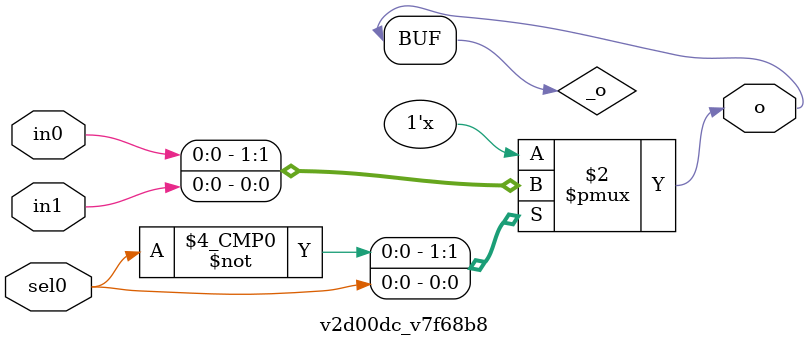
<source format=v>

`default_nettype none

module main #(
 parameter v3edc8f = 1
) (
 input v2df548,
 input vfc5827,
 output v8606be,
 output v53f795,
 output v7b8005,
 output v97033c,
 output v6dd305
);
 localparam p64 = v3edc8f;
 wire w0;
 wire w1;
 wire w2;
 wire w3;
 wire w4;
 wire w5;
 wire w6;
 wire w7;
 wire w8;
 wire w9;
 wire w10;
 wire w11;
 wire w12;
 wire w13;
 wire w14;
 wire w15;
 wire w16;
 wire w17;
 wire w18;
 wire w19;
 wire w20;
 wire w21;
 wire w22;
 wire w23;
 wire w24;
 wire w25;
 wire w26;
 wire w27;
 wire w28;
 wire w29;
 wire w30;
 wire w31;
 wire w32;
 wire w33;
 wire w34;
 wire w35;
 wire w36;
 wire w37;
 wire w38;
 wire w39;
 wire w40;
 wire w41;
 wire w42;
 wire w43;
 wire w44;
 wire w45;
 wire w46;
 wire w47;
 wire w48;
 wire w49;
 wire w50;
 wire w51;
 wire w52;
 wire w53;
 wire w54;
 wire w55;
 wire w56;
 wire w57;
 wire w58;
 wire w59;
 wire w60;
 wire w61;
 wire w62;
 wire w63;
 wire w65;
 wire w66;
 wire w67;
 wire w68;
 wire w69;
 wire w70;
 wire w71;
 wire w72;
 wire w73;
 wire w74;
 wire w75;
 wire w76;
 wire w77;
 assign w63 = v2df548;
 assign v8606be = w65;
 assign w70 = vfc5827;
 assign w71 = vfc5827;
 assign v6dd305 = w74;
 assign v97033c = w75;
 assign v7b8005 = w76;
 assign v53f795 = w77;
 assign w32 = w31;
 assign w33 = w31;
 assign w33 = w32;
 assign w34 = w31;
 assign w34 = w32;
 assign w34 = w33;
 assign w35 = w31;
 assign w35 = w32;
 assign w35 = w33;
 assign w35 = w34;
 assign w36 = w31;
 assign w36 = w32;
 assign w36 = w33;
 assign w36 = w34;
 assign w36 = w35;
 assign w37 = w31;
 assign w37 = w32;
 assign w37 = w33;
 assign w37 = w34;
 assign w37 = w35;
 assign w37 = w36;
 assign w38 = w31;
 assign w38 = w32;
 assign w38 = w33;
 assign w38 = w34;
 assign w38 = w35;
 assign w38 = w36;
 assign w38 = w37;
 assign w39 = w31;
 assign w39 = w32;
 assign w39 = w33;
 assign w39 = w34;
 assign w39 = w35;
 assign w39 = w36;
 assign w39 = w37;
 assign w39 = w38;
 assign w40 = w31;
 assign w40 = w32;
 assign w40 = w33;
 assign w40 = w34;
 assign w40 = w35;
 assign w40 = w36;
 assign w40 = w37;
 assign w40 = w38;
 assign w40 = w39;
 assign w41 = w31;
 assign w41 = w32;
 assign w41 = w33;
 assign w41 = w34;
 assign w41 = w35;
 assign w41 = w36;
 assign w41 = w37;
 assign w41 = w38;
 assign w41 = w39;
 assign w41 = w40;
 assign w42 = w31;
 assign w42 = w32;
 assign w42 = w33;
 assign w42 = w34;
 assign w42 = w35;
 assign w42 = w36;
 assign w42 = w37;
 assign w42 = w38;
 assign w42 = w39;
 assign w42 = w40;
 assign w42 = w41;
 assign w43 = w31;
 assign w43 = w32;
 assign w43 = w33;
 assign w43 = w34;
 assign w43 = w35;
 assign w43 = w36;
 assign w43 = w37;
 assign w43 = w38;
 assign w43 = w39;
 assign w43 = w40;
 assign w43 = w41;
 assign w43 = w42;
 assign w44 = w31;
 assign w44 = w32;
 assign w44 = w33;
 assign w44 = w34;
 assign w44 = w35;
 assign w44 = w36;
 assign w44 = w37;
 assign w44 = w38;
 assign w44 = w39;
 assign w44 = w40;
 assign w44 = w41;
 assign w44 = w42;
 assign w44 = w43;
 assign w45 = w31;
 assign w45 = w32;
 assign w45 = w33;
 assign w45 = w34;
 assign w45 = w35;
 assign w45 = w36;
 assign w45 = w37;
 assign w45 = w38;
 assign w45 = w39;
 assign w45 = w40;
 assign w45 = w41;
 assign w45 = w42;
 assign w45 = w43;
 assign w45 = w44;
 assign w46 = w31;
 assign w46 = w32;
 assign w46 = w33;
 assign w46 = w34;
 assign w46 = w35;
 assign w46 = w36;
 assign w46 = w37;
 assign w46 = w38;
 assign w46 = w39;
 assign w46 = w40;
 assign w46 = w41;
 assign w46 = w42;
 assign w46 = w43;
 assign w46 = w44;
 assign w46 = w45;
 assign w47 = w31;
 assign w47 = w32;
 assign w47 = w33;
 assign w47 = w34;
 assign w47 = w35;
 assign w47 = w36;
 assign w47 = w37;
 assign w47 = w38;
 assign w47 = w39;
 assign w47 = w40;
 assign w47 = w41;
 assign w47 = w42;
 assign w47 = w43;
 assign w47 = w44;
 assign w47 = w45;
 assign w47 = w46;
 assign w48 = w31;
 assign w48 = w32;
 assign w48 = w33;
 assign w48 = w34;
 assign w48 = w35;
 assign w48 = w36;
 assign w48 = w37;
 assign w48 = w38;
 assign w48 = w39;
 assign w48 = w40;
 assign w48 = w41;
 assign w48 = w42;
 assign w48 = w43;
 assign w48 = w44;
 assign w48 = w45;
 assign w48 = w46;
 assign w48 = w47;
 assign w49 = w31;
 assign w49 = w32;
 assign w49 = w33;
 assign w49 = w34;
 assign w49 = w35;
 assign w49 = w36;
 assign w49 = w37;
 assign w49 = w38;
 assign w49 = w39;
 assign w49 = w40;
 assign w49 = w41;
 assign w49 = w42;
 assign w49 = w43;
 assign w49 = w44;
 assign w49 = w45;
 assign w49 = w46;
 assign w49 = w47;
 assign w49 = w48;
 assign w50 = w31;
 assign w50 = w32;
 assign w50 = w33;
 assign w50 = w34;
 assign w50 = w35;
 assign w50 = w36;
 assign w50 = w37;
 assign w50 = w38;
 assign w50 = w39;
 assign w50 = w40;
 assign w50 = w41;
 assign w50 = w42;
 assign w50 = w43;
 assign w50 = w44;
 assign w50 = w45;
 assign w50 = w46;
 assign w50 = w47;
 assign w50 = w48;
 assign w50 = w49;
 assign w51 = w31;
 assign w51 = w32;
 assign w51 = w33;
 assign w51 = w34;
 assign w51 = w35;
 assign w51 = w36;
 assign w51 = w37;
 assign w51 = w38;
 assign w51 = w39;
 assign w51 = w40;
 assign w51 = w41;
 assign w51 = w42;
 assign w51 = w43;
 assign w51 = w44;
 assign w51 = w45;
 assign w51 = w46;
 assign w51 = w47;
 assign w51 = w48;
 assign w51 = w49;
 assign w51 = w50;
 assign w52 = w31;
 assign w52 = w32;
 assign w52 = w33;
 assign w52 = w34;
 assign w52 = w35;
 assign w52 = w36;
 assign w52 = w37;
 assign w52 = w38;
 assign w52 = w39;
 assign w52 = w40;
 assign w52 = w41;
 assign w52 = w42;
 assign w52 = w43;
 assign w52 = w44;
 assign w52 = w45;
 assign w52 = w46;
 assign w52 = w47;
 assign w52 = w48;
 assign w52 = w49;
 assign w52 = w50;
 assign w52 = w51;
 assign w53 = w31;
 assign w53 = w32;
 assign w53 = w33;
 assign w53 = w34;
 assign w53 = w35;
 assign w53 = w36;
 assign w53 = w37;
 assign w53 = w38;
 assign w53 = w39;
 assign w53 = w40;
 assign w53 = w41;
 assign w53 = w42;
 assign w53 = w43;
 assign w53 = w44;
 assign w53 = w45;
 assign w53 = w46;
 assign w53 = w47;
 assign w53 = w48;
 assign w53 = w49;
 assign w53 = w50;
 assign w53 = w51;
 assign w53 = w52;
 assign w54 = w31;
 assign w54 = w32;
 assign w54 = w33;
 assign w54 = w34;
 assign w54 = w35;
 assign w54 = w36;
 assign w54 = w37;
 assign w54 = w38;
 assign w54 = w39;
 assign w54 = w40;
 assign w54 = w41;
 assign w54 = w42;
 assign w54 = w43;
 assign w54 = w44;
 assign w54 = w45;
 assign w54 = w46;
 assign w54 = w47;
 assign w54 = w48;
 assign w54 = w49;
 assign w54 = w50;
 assign w54 = w51;
 assign w54 = w52;
 assign w54 = w53;
 assign w55 = w31;
 assign w55 = w32;
 assign w55 = w33;
 assign w55 = w34;
 assign w55 = w35;
 assign w55 = w36;
 assign w55 = w37;
 assign w55 = w38;
 assign w55 = w39;
 assign w55 = w40;
 assign w55 = w41;
 assign w55 = w42;
 assign w55 = w43;
 assign w55 = w44;
 assign w55 = w45;
 assign w55 = w46;
 assign w55 = w47;
 assign w55 = w48;
 assign w55 = w49;
 assign w55 = w50;
 assign w55 = w51;
 assign w55 = w52;
 assign w55 = w53;
 assign w55 = w54;
 assign w56 = w31;
 assign w56 = w32;
 assign w56 = w33;
 assign w56 = w34;
 assign w56 = w35;
 assign w56 = w36;
 assign w56 = w37;
 assign w56 = w38;
 assign w56 = w39;
 assign w56 = w40;
 assign w56 = w41;
 assign w56 = w42;
 assign w56 = w43;
 assign w56 = w44;
 assign w56 = w45;
 assign w56 = w46;
 assign w56 = w47;
 assign w56 = w48;
 assign w56 = w49;
 assign w56 = w50;
 assign w56 = w51;
 assign w56 = w52;
 assign w56 = w53;
 assign w56 = w54;
 assign w56 = w55;
 assign w57 = w31;
 assign w57 = w32;
 assign w57 = w33;
 assign w57 = w34;
 assign w57 = w35;
 assign w57 = w36;
 assign w57 = w37;
 assign w57 = w38;
 assign w57 = w39;
 assign w57 = w40;
 assign w57 = w41;
 assign w57 = w42;
 assign w57 = w43;
 assign w57 = w44;
 assign w57 = w45;
 assign w57 = w46;
 assign w57 = w47;
 assign w57 = w48;
 assign w57 = w49;
 assign w57 = w50;
 assign w57 = w51;
 assign w57 = w52;
 assign w57 = w53;
 assign w57 = w54;
 assign w57 = w55;
 assign w57 = w56;
 assign w58 = w31;
 assign w58 = w32;
 assign w58 = w33;
 assign w58 = w34;
 assign w58 = w35;
 assign w58 = w36;
 assign w58 = w37;
 assign w58 = w38;
 assign w58 = w39;
 assign w58 = w40;
 assign w58 = w41;
 assign w58 = w42;
 assign w58 = w43;
 assign w58 = w44;
 assign w58 = w45;
 assign w58 = w46;
 assign w58 = w47;
 assign w58 = w48;
 assign w58 = w49;
 assign w58 = w50;
 assign w58 = w51;
 assign w58 = w52;
 assign w58 = w53;
 assign w58 = w54;
 assign w58 = w55;
 assign w58 = w56;
 assign w58 = w57;
 assign w59 = w31;
 assign w59 = w32;
 assign w59 = w33;
 assign w59 = w34;
 assign w59 = w35;
 assign w59 = w36;
 assign w59 = w37;
 assign w59 = w38;
 assign w59 = w39;
 assign w59 = w40;
 assign w59 = w41;
 assign w59 = w42;
 assign w59 = w43;
 assign w59 = w44;
 assign w59 = w45;
 assign w59 = w46;
 assign w59 = w47;
 assign w59 = w48;
 assign w59 = w49;
 assign w59 = w50;
 assign w59 = w51;
 assign w59 = w52;
 assign w59 = w53;
 assign w59 = w54;
 assign w59 = w55;
 assign w59 = w56;
 assign w59 = w57;
 assign w59 = w58;
 assign w60 = w31;
 assign w60 = w32;
 assign w60 = w33;
 assign w60 = w34;
 assign w60 = w35;
 assign w60 = w36;
 assign w60 = w37;
 assign w60 = w38;
 assign w60 = w39;
 assign w60 = w40;
 assign w60 = w41;
 assign w60 = w42;
 assign w60 = w43;
 assign w60 = w44;
 assign w60 = w45;
 assign w60 = w46;
 assign w60 = w47;
 assign w60 = w48;
 assign w60 = w49;
 assign w60 = w50;
 assign w60 = w51;
 assign w60 = w52;
 assign w60 = w53;
 assign w60 = w54;
 assign w60 = w55;
 assign w60 = w56;
 assign w60 = w57;
 assign w60 = w58;
 assign w60 = w59;
 assign w61 = w31;
 assign w61 = w32;
 assign w61 = w33;
 assign w61 = w34;
 assign w61 = w35;
 assign w61 = w36;
 assign w61 = w37;
 assign w61 = w38;
 assign w61 = w39;
 assign w61 = w40;
 assign w61 = w41;
 assign w61 = w42;
 assign w61 = w43;
 assign w61 = w44;
 assign w61 = w45;
 assign w61 = w46;
 assign w61 = w47;
 assign w61 = w48;
 assign w61 = w49;
 assign w61 = w50;
 assign w61 = w51;
 assign w61 = w52;
 assign w61 = w53;
 assign w61 = w54;
 assign w61 = w55;
 assign w61 = w56;
 assign w61 = w57;
 assign w61 = w58;
 assign w61 = w59;
 assign w61 = w60;
 assign w62 = w31;
 assign w62 = w32;
 assign w62 = w33;
 assign w62 = w34;
 assign w62 = w35;
 assign w62 = w36;
 assign w62 = w37;
 assign w62 = w38;
 assign w62 = w39;
 assign w62 = w40;
 assign w62 = w41;
 assign w62 = w42;
 assign w62 = w43;
 assign w62 = w44;
 assign w62 = w45;
 assign w62 = w46;
 assign w62 = w47;
 assign w62 = w48;
 assign w62 = w49;
 assign w62 = w50;
 assign w62 = w51;
 assign w62 = w52;
 assign w62 = w53;
 assign w62 = w54;
 assign w62 = w55;
 assign w62 = w56;
 assign w62 = w57;
 assign w62 = w58;
 assign w62 = w59;
 assign w62 = w60;
 assign w62 = w61;
 assign w66 = w1;
 assign w67 = w5;
 assign w68 = w6;
 assign w69 = w65;
 assign w71 = w70;
 assign w74 = w27;
 assign w75 = w28;
 assign w76 = w29;
 assign w77 = w30;
 v6a5074 #(
  .v100e1b(p64)
 ) vf5b573 (
  .v2efea4(w31),
  .v0daa9e(w63)
 );
 v8b89a5 v334f63 (
  .vc24d9f(w0),
  .vb55943(w31),
  .vef4cea(w72)
 );
 v8b89a5 v25455a (
  .vef4cea(w0),
  .vc24d9f(w1),
  .vb55943(w32)
 );
 v8b89a5 vdfbd4a (
  .vef4cea(w1),
  .vc24d9f(w2),
  .vb55943(w49)
 );
 v8b89a5 v2fc486 (
  .vef4cea(w2),
  .vc24d9f(w3),
  .vb55943(w33)
 );
 v8b89a5 vfecff5 (
  .vef4cea(w3),
  .vc24d9f(w4),
  .vb55943(w43)
 );
 v8b89a5 vf11cf2 (
  .vef4cea(w4),
  .vc24d9f(w5),
  .vb55943(w51)
 );
 v8b89a5 v75084e (
  .vef4cea(w5),
  .vc24d9f(w6),
  .vb55943(w55)
 );
 v8b89a5 vbceabf (
  .vef4cea(w6),
  .vc24d9f(w7),
  .vb55943(w59)
 );
 v8b89a5 va40faa (
  .vef4cea(w7),
  .vc24d9f(w8),
  .vb55943(w34)
 );
 v8b89a5 vda08c2 (
  .vef4cea(w8),
  .vc24d9f(w9),
  .vb55943(w37)
 );
 v8b89a5 v069578 (
  .vef4cea(w9),
  .vc24d9f(w10),
  .vb55943(w40)
 );
 v8b89a5 vc95bc0 (
  .vef4cea(w10),
  .vc24d9f(w11),
  .vb55943(w45)
 );
 v8b89a5 v03bdb4 (
  .vef4cea(w11),
  .vc24d9f(w12),
  .vb55943(w44)
 );
 v8b89a5 v4ab5ff (
  .vef4cea(w12),
  .vc24d9f(w13),
  .vb55943(w52)
 );
 v8b89a5 vf3107e (
  .vef4cea(w13),
  .vc24d9f(w14),
  .vb55943(w56)
 );
 v8b89a5 vae460b (
  .vef4cea(w14),
  .vc24d9f(w15),
  .vb55943(w60)
 );
 v8b89a5 vabcabb (
  .vef4cea(w15),
  .vc24d9f(w16),
  .vb55943(w35)
 );
 v8b89a5 v6bf045 (
  .vef4cea(w16),
  .vc24d9f(w17),
  .vb55943(w38)
 );
 v8b89a5 v6f1945 (
  .vef4cea(w17),
  .vc24d9f(w18),
  .vb55943(w41)
 );
 v8b89a5 v532258 (
  .vef4cea(w18),
  .vc24d9f(w19),
  .vb55943(w46)
 );
 v8b89a5 v213c76 (
  .vef4cea(w19),
  .vc24d9f(w20),
  .vb55943(w48)
 );
 v8b89a5 v970893 (
  .vef4cea(w20),
  .vc24d9f(w21),
  .vb55943(w53)
 );
 v8b89a5 vd66bde (
  .vef4cea(w21),
  .vc24d9f(w22),
  .vb55943(w57)
 );
 v8b89a5 v8fdb5e (
  .vef4cea(w22),
  .vc24d9f(w23),
  .vb55943(w61)
 );
 v8b89a5 v181834 (
  .vef4cea(w23),
  .vc24d9f(w24),
  .vb55943(w36)
 );
 v8b89a5 vbc019a (
  .vef4cea(w24),
  .vc24d9f(w25),
  .vb55943(w39)
 );
 v8b89a5 ve0b067 (
  .vef4cea(w25),
  .vc24d9f(w26),
  .vb55943(w42)
 );
 v8b89a5 v82b6ca (
  .vef4cea(w26),
  .vc24d9f(w27),
  .vb55943(w47)
 );
 v8b89a5 vedbe57 (
  .vef4cea(w27),
  .vc24d9f(w28),
  .vb55943(w50)
 );
 v8b89a5 vce88d3 (
  .vef4cea(w28),
  .vc24d9f(w29),
  .vb55943(w54)
 );
 v8b89a5 va723c2 (
  .vef4cea(w29),
  .vc24d9f(w30),
  .vb55943(w58)
 );
 v8b89a5 v7de6de (
  .vef4cea(w30),
  .vb55943(w62),
  .vc24d9f(w65)
 );
 vd137c4 v95e30e (
  .v984fbd(w66),
  .v758f00(w67),
  .va90145(w68),
  .v9b4388(w69),
  .vbac23b(w73)
 );
 v2d00dc va7c3b0 (
  .v675419(w70),
  .v9a9c84(w71),
  .v741632(w72),
  .v765971(w73)
 );
endmodule

//---- Top entity
module v6a5074 #(
 parameter v100e1b = 22
) (
 input v0daa9e,
 output v2efea4
);
 localparam p2 = v100e1b;
 wire w0;
 wire w1;
 assign v2efea4 = w0;
 assign w1 = v0daa9e;
 v6a5074_vac7386 #(
  .N(p2)
 ) vac7386 (
  .clk_out(w0),
  .clk_in(w1)
 );
endmodule

//---------------------------------------------------
//-- PrescalerN
//-- - - - - - - - - - - - - - - - - - - - - - - - --
//-- Parametric N-bits prescaler
//---------------------------------------------------

module v6a5074_vac7386 #(
 parameter N = 0
) (
 input clk_in,
 output clk_out
);
 //-- Number of bits of the prescaler
 //parameter N = 22;
 
 //-- divisor register
 reg [N-1:0] divcounter;
 
 //-- N bit counter
 always @(posedge clk_in)
   divcounter <= divcounter + 1;
 
 //-- Use the most significant bit as output
 assign clk_out = divcounter[N-1];
endmodule
//---- Top entity
module v8b89a5 (
 input vb55943,
 input vef4cea,
 output vc24d9f
);
 wire w0;
 wire w1;
 wire w2;
 assign w0 = vef4cea;
 assign w1 = vb55943;
 assign vc24d9f = w2;
 v8b89a5_v526aa2 v526aa2 (
  .d(w0),
  .clk(w1),
  .q(w2)
 );
endmodule

//---------------------------------------------------
//-- Flip-flop D
//-- - - - - - - - - - - - - - - - - - - - - - - - --
//-- Delay flip-flop
//---------------------------------------------------

module v8b89a5_v526aa2 (
 input clk,
 input d,
 output q
);
 // D flip-flop
 
 reg q = 1'b0;
 
 always @(posedge clk)
 begin
   q <= d;
 end
 
 
endmodule
//---- Top entity
module vd137c4 (
 input v984fbd,
 input v758f00,
 input va90145,
 input v9b4388,
 output vbac23b
);
 wire w0;
 wire w1;
 wire w2;
 wire w3;
 wire w4;
 wire w5;
 wire w6;
 assign w2 = v984fbd;
 assign vbac23b = w3;
 assign w4 = v758f00;
 assign w5 = va90145;
 assign w6 = v9b4388;
 ve9ceb2 vb797d4 (
  .vcbab45(w0),
  .v0e28cb(w2),
  .v3ca442(w4)
 );
 ve9ceb2 vc9fa36 (
  .vcbab45(w1),
  .v0e28cb(w5),
  .v3ca442(w6)
 );
 ve9ceb2 v0c0a1b (
  .v0e28cb(w0),
  .v3ca442(w1),
  .vcbab45(w3)
 );
endmodule

//---- Top entity
module ve9ceb2 (
 input v0e28cb,
 input v3ca442,
 output vcbab45
);
 wire w0;
 wire w1;
 wire w2;
 assign w0 = v0e28cb;
 assign w1 = v3ca442;
 assign vcbab45 = w2;
 ve9ceb2_vf4938a vf4938a (
  .a(w0),
  .b(w1),
  .c(w2)
 );
endmodule

//---------------------------------------------------
//-- XOR
//-- - - - - - - - - - - - - - - - - - - - - - - - --
//-- XOR logic gate
//---------------------------------------------------

module ve9ceb2_vf4938a (
 input a,
 input b,
 output c
);
 // XOR logic gate
 
 assign c = a ^ b;
endmodule
//---- Top entity
module v2d00dc (
 input v765971,
 input v9a9c84,
 input v675419,
 output v741632
);
 wire w0;
 wire w1;
 wire w2;
 wire w3;
 assign v741632 = w0;
 assign w1 = v765971;
 assign w2 = v9a9c84;
 assign w3 = v675419;
 v2d00dc_v7f68b8 v7f68b8 (
  .o(w0),
  .in0(w1),
  .in1(w2),
  .sel0(w3)
 );
endmodule

//---------------------------------------------------
//-- Mux 2:1
//-- - - - - - - - - - - - - - - - - - - - - - - - --
//-- Multiplexer 2:1
//---------------------------------------------------

module v2d00dc_v7f68b8 (
 input in0,
 input in1,
 input sel0,
 output o
);
 reg _o;
 
 always @(*) begin
     case(sel0)
         0: _o = in0;
         1: _o = in1;
         default: _o = in0;
     endcase
 end
 
 assign o = _o;
endmodule

</source>
